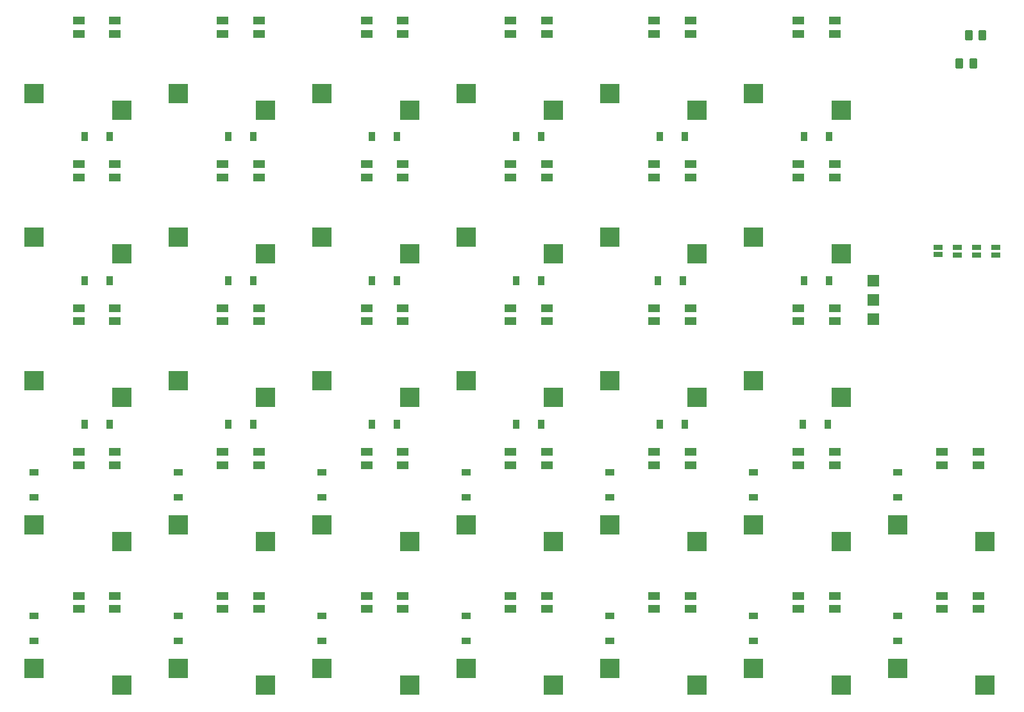
<source format=gbr>
G04 #@! TF.GenerationSoftware,KiCad,Pcbnew,(6.0.0)*
G04 #@! TF.CreationDate,2021-12-26T21:23:53+01:00*
G04 #@! TF.ProjectId,helixhschoc,68656c69-7868-4736-9368-6f632e6b6963,rev?*
G04 #@! TF.SameCoordinates,Original*
G04 #@! TF.FileFunction,Paste,Bot*
G04 #@! TF.FilePolarity,Positive*
%FSLAX46Y46*%
G04 Gerber Fmt 4.6, Leading zero omitted, Abs format (unit mm)*
G04 Created by KiCad (PCBNEW (6.0.0)) date 2021-12-26 21:23:53*
%MOMM*%
%LPD*%
G01*
G04 APERTURE LIST*
G04 Aperture macros list*
%AMRoundRect*
0 Rectangle with rounded corners*
0 $1 Rounding radius*
0 $2 $3 $4 $5 $6 $7 $8 $9 X,Y pos of 4 corners*
0 Add a 4 corners polygon primitive as box body*
4,1,4,$2,$3,$4,$5,$6,$7,$8,$9,$2,$3,0*
0 Add four circle primitives for the rounded corners*
1,1,$1+$1,$2,$3*
1,1,$1+$1,$4,$5*
1,1,$1+$1,$6,$7*
1,1,$1+$1,$8,$9*
0 Add four rect primitives between the rounded corners*
20,1,$1+$1,$2,$3,$4,$5,0*
20,1,$1+$1,$4,$5,$6,$7,0*
20,1,$1+$1,$6,$7,$8,$9,0*
20,1,$1+$1,$8,$9,$2,$3,0*%
G04 Aperture macros list end*
%ADD10R,2.600000X2.600000*%
%ADD11R,0.900000X1.200000*%
%ADD12R,1.200000X0.900000*%
%ADD13R,1.600000X1.000000*%
%ADD14R,1.524000X1.524000*%
%ADD15RoundRect,0.250100X-0.262400X-0.449900X0.262400X-0.449900X0.262400X0.449900X-0.262400X0.449900X0*%
%ADD16R,1.143000X0.635000*%
G04 APERTURE END LIST*
D10*
X90705540Y-62127540D03*
X79155540Y-59927540D03*
D11*
X127080540Y-65677540D03*
X123780540Y-65677540D03*
D10*
X147705540Y-62127540D03*
X136155540Y-59927540D03*
X128705540Y-62127540D03*
X117155540Y-59927540D03*
X109705540Y-62127540D03*
X98155540Y-59927540D03*
D12*
X193155540Y-109991940D03*
X193155540Y-113291940D03*
D10*
X166705540Y-62127540D03*
X155155540Y-59927540D03*
X185705540Y-138127540D03*
X174155540Y-135927540D03*
X166705540Y-138127540D03*
X155155540Y-135927540D03*
X147705540Y-138127540D03*
X136155540Y-135927540D03*
X90705540Y-138127540D03*
X79155540Y-135927540D03*
X128705540Y-138127540D03*
X117155540Y-135927540D03*
X204705540Y-119127540D03*
X193155540Y-116927540D03*
X109705540Y-138127540D03*
X98155540Y-135927540D03*
X185705540Y-119127540D03*
X174155540Y-116927540D03*
X204705540Y-138127540D03*
X193155540Y-135927540D03*
D13*
X104030540Y-50302540D03*
X104030540Y-52052540D03*
X108830540Y-52052540D03*
X108830540Y-50302540D03*
X85030540Y-50302540D03*
X85030540Y-52052540D03*
X89830540Y-52052540D03*
X89830540Y-50302540D03*
X108830540Y-71052540D03*
X108830540Y-69302540D03*
X104030540Y-69302540D03*
X104030540Y-71052540D03*
X161030540Y-50302540D03*
X161030540Y-52052540D03*
X165830540Y-52052540D03*
X165830540Y-50302540D03*
X146830540Y-71052540D03*
X146830540Y-69302540D03*
X142030540Y-69302540D03*
X142030540Y-71052540D03*
X85030540Y-88302540D03*
X85030540Y-90052540D03*
X89830540Y-90052540D03*
X89830540Y-88302540D03*
X127830540Y-71052540D03*
X127830540Y-69302540D03*
X123030540Y-69302540D03*
X123030540Y-71052540D03*
X184830540Y-71052540D03*
X184830540Y-69302540D03*
X180030540Y-69302540D03*
X180030540Y-71052540D03*
X89830540Y-71052540D03*
X89830540Y-69302540D03*
X85030540Y-69302540D03*
X85030540Y-71052540D03*
X104030540Y-88302540D03*
X104030540Y-90052540D03*
X108830540Y-90052540D03*
X108830540Y-88302540D03*
X123030540Y-88302540D03*
X123030540Y-90052540D03*
X127830540Y-90052540D03*
X127830540Y-88302540D03*
X142030540Y-88302540D03*
X142030540Y-90052540D03*
X146830540Y-90052540D03*
X146830540Y-88302540D03*
X165830540Y-71052540D03*
X165830540Y-69302540D03*
X161030540Y-69302540D03*
X161030540Y-71052540D03*
X123030540Y-50302540D03*
X123030540Y-52052540D03*
X127830540Y-52052540D03*
X127830540Y-50302540D03*
X180030540Y-88302540D03*
X180030540Y-90052540D03*
X184830540Y-90052540D03*
X184830540Y-88302540D03*
X89830540Y-109052540D03*
X89830540Y-107302540D03*
X85030540Y-107302540D03*
X85030540Y-109052540D03*
X146830540Y-109052540D03*
X146830540Y-107302540D03*
X142030540Y-107302540D03*
X142030540Y-109052540D03*
X104030540Y-126302540D03*
X104030540Y-128052540D03*
X108830540Y-128052540D03*
X108830540Y-126302540D03*
X123030540Y-126302540D03*
X123030540Y-128052540D03*
X127830540Y-128052540D03*
X127830540Y-126302540D03*
X142030540Y-126302540D03*
X142030540Y-128052540D03*
X146830540Y-128052540D03*
X146830540Y-126302540D03*
X161030540Y-126302540D03*
X161030540Y-128052540D03*
X165830540Y-128052540D03*
X165830540Y-126302540D03*
X180030540Y-126302540D03*
X180030540Y-128052540D03*
X184830540Y-128052540D03*
X184830540Y-126302540D03*
X85030540Y-126302540D03*
X85030540Y-128052540D03*
X89830540Y-128052540D03*
X89830540Y-126302540D03*
X127830540Y-109052540D03*
X127830540Y-107302540D03*
X123030540Y-107302540D03*
X123030540Y-109052540D03*
X161030540Y-88302540D03*
X161030540Y-90052540D03*
X165830540Y-90052540D03*
X165830540Y-88302540D03*
X203830540Y-109052540D03*
X203830540Y-107302540D03*
X199030540Y-107302540D03*
X199030540Y-109052540D03*
X199030540Y-126302540D03*
X199030540Y-128052540D03*
X203830540Y-128052540D03*
X203830540Y-126302540D03*
X184830540Y-109052540D03*
X184830540Y-107302540D03*
X180030540Y-107302540D03*
X180030540Y-109052540D03*
X108830540Y-109052540D03*
X108830540Y-107302540D03*
X104030540Y-107302540D03*
X104030540Y-109052540D03*
X165830540Y-109052540D03*
X165830540Y-107302540D03*
X161030540Y-107302540D03*
X161030540Y-109052540D03*
X180030540Y-50302540D03*
X180030540Y-52052540D03*
X184830540Y-52052540D03*
X184830540Y-50302540D03*
D11*
X89080540Y-103677540D03*
X85780540Y-103677540D03*
X146080540Y-84677540D03*
X142780540Y-84677540D03*
X184080540Y-84677540D03*
X180780540Y-84677540D03*
X164811140Y-84677540D03*
X161511140Y-84677540D03*
X108080540Y-84677540D03*
X104780540Y-84677540D03*
X165080540Y-65677540D03*
X161780540Y-65677540D03*
X146080540Y-65677540D03*
X142780540Y-65677540D03*
X108080540Y-65677540D03*
X104780540Y-65677540D03*
X108080540Y-103677540D03*
X104780540Y-103677540D03*
D14*
X189975080Y-89742860D03*
X189975080Y-87202860D03*
X189975080Y-84662860D03*
D11*
X89080540Y-84677540D03*
X85780540Y-84677540D03*
X89080540Y-65677540D03*
X85780540Y-65677540D03*
X184080540Y-65677540D03*
X180780540Y-65677540D03*
X127080540Y-84677540D03*
X123780540Y-84677540D03*
D12*
X79155540Y-128991940D03*
X79155540Y-132291940D03*
X193155540Y-128991940D03*
X193155540Y-132291940D03*
D11*
X127080540Y-103677540D03*
X123780540Y-103677540D03*
D12*
X136155540Y-128991940D03*
X136155540Y-132291940D03*
X98155540Y-128991940D03*
X98155540Y-132291940D03*
X174155540Y-128991940D03*
X174155540Y-132291940D03*
X155155540Y-128991940D03*
X155155540Y-132291940D03*
X174155540Y-109991940D03*
X174155540Y-113291940D03*
X136155540Y-109991940D03*
X136155540Y-113291940D03*
X117155540Y-109991940D03*
X117155540Y-113291940D03*
X98155540Y-109991940D03*
X98155540Y-113291940D03*
D11*
X183978940Y-103677540D03*
X180678940Y-103677540D03*
D13*
X142030540Y-50302540D03*
X142030540Y-52052540D03*
X146830540Y-52052540D03*
X146830540Y-50302540D03*
D12*
X155155540Y-109991940D03*
X155155540Y-113291940D03*
X79155540Y-109991940D03*
X79155540Y-113291940D03*
D11*
X165080540Y-103677540D03*
X161780540Y-103677540D03*
X146080540Y-103677540D03*
X142780540Y-103677540D03*
D12*
X117155540Y-128991940D03*
X117155540Y-132291940D03*
D10*
X128705540Y-81127540D03*
X117155540Y-78927540D03*
X147705540Y-100127540D03*
X136155540Y-97927540D03*
X90705540Y-100127540D03*
X79155540Y-97927540D03*
X109705540Y-100127540D03*
X98155540Y-97927540D03*
X109705540Y-81127540D03*
X98155540Y-78927540D03*
X90705540Y-81127540D03*
X79155540Y-78927540D03*
X185705540Y-62127540D03*
X174155540Y-59927540D03*
X185705540Y-81127540D03*
X174155540Y-78927540D03*
X109705540Y-119127540D03*
X98155540Y-116927540D03*
X90705540Y-119127540D03*
X79155540Y-116927540D03*
X166705540Y-119127540D03*
X155155540Y-116927540D03*
X185705540Y-100127540D03*
X174155540Y-97927540D03*
X128705540Y-100127540D03*
X117155540Y-97927540D03*
X128705540Y-119127540D03*
X117155540Y-116927540D03*
X166705540Y-100127540D03*
X155155540Y-97927540D03*
X166705540Y-81127540D03*
X155155540Y-78927540D03*
X147705540Y-81127540D03*
X136155540Y-78927540D03*
X147705540Y-119127540D03*
X136155540Y-116927540D03*
D15*
X202547500Y-52220000D03*
X204372500Y-52220000D03*
X201303150Y-56024780D03*
X203128150Y-56024780D03*
D16*
X206111680Y-80302160D03*
X206111680Y-81302920D03*
X203574220Y-80302160D03*
X203574220Y-81302920D03*
X201034220Y-80302160D03*
X201034220Y-81302920D03*
X198473900Y-80243800D03*
X198473900Y-81244560D03*
M02*

</source>
